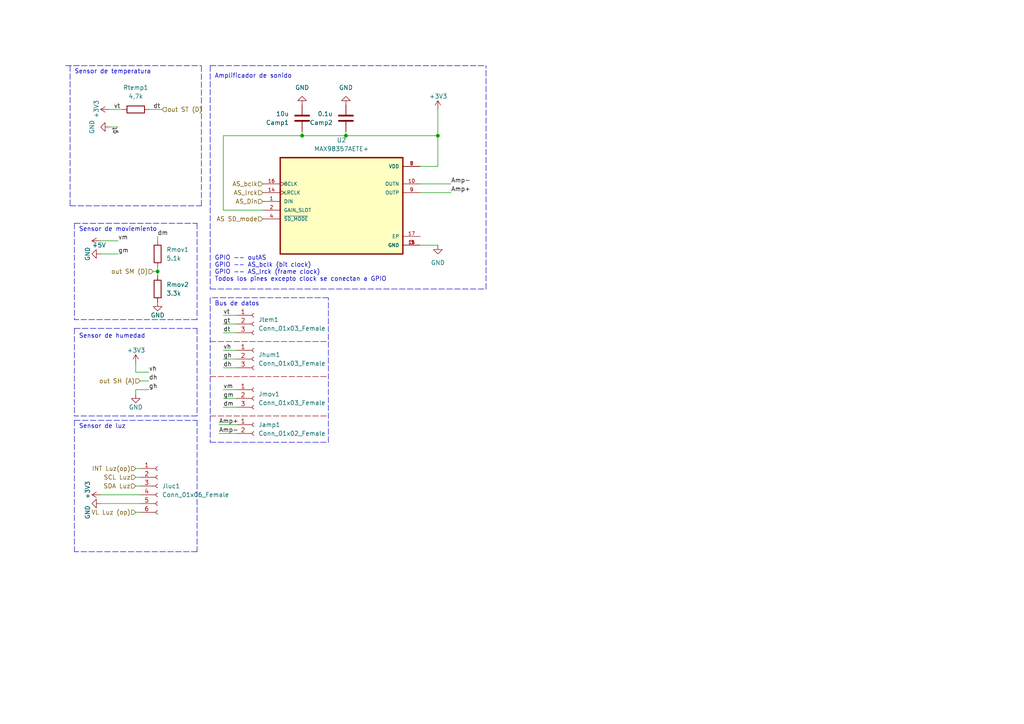
<source format=kicad_sch>
(kicad_sch (version 20211123) (generator eeschema)
  (paper "A4")
  (lib_symbols
    (symbol "Connector:Conn_01x02_Female" (pin_names (offset 1.016) hide)
      (property "Reference" "J" (at 0 2.54 0))
      (property "Value" "Conn_01x02_Female" (at 0 -5.08 0))
      (symbol "Conn_01x02_Female_1_1"
        (arc (start 0 -2.032) (mid -0.508 -2.54) (end 0 -3.048) (stroke (width 0.1524)))
        (polyline (pts (xy -1.27 -2.54) (xy -0.508 -2.54)) (stroke (width 0.1524)))
        (polyline (pts (xy -1.27 0) (xy -0.508 0)) (stroke (width 0.1524)))
        (arc (start 0 0.508) (mid -0.508 0) (end 0 -0.508) (stroke (width 0.1524)))
        (pin passive line (at -5.08 0 0) (length 3.81) (name "Pin_1") (number "1"))
        (pin passive line (at -5.08 -2.54 0) (length 3.81) (name "Pin_2") (number "2"))
      )
    )
    (symbol "Connector:Conn_01x03_Female" (pin_names (offset 1.016) hide)
      (property "Reference" "J" (at 0 5.08 0))
      (property "Value" "Conn_01x03_Female" (at 0 -5.08 0))
      (symbol "Conn_01x03_Female_1_1"
        (arc (start 0 -2.032) (mid -0.508 -2.54) (end 0 -3.048) (stroke (width 0.1524)))
        (polyline (pts (xy -1.27 -2.54) (xy -0.508 -2.54)) (stroke (width 0.1524)))
        (polyline (pts (xy -1.27 0) (xy -0.508 0)) (stroke (width 0.1524)))
        (polyline (pts (xy -1.27 2.54) (xy -0.508 2.54)) (stroke (width 0.1524)))
        (arc (start 0 0.508) (mid -0.508 0) (end 0 -0.508) (stroke (width 0.1524)))
        (arc (start 0 3.048) (mid -0.508 2.54) (end 0 2.032) (stroke (width 0.1524)))
        (pin passive line (at -5.08 2.54 0) (length 3.81) (name "Pin_1") (number "1"))
        (pin passive line (at -5.08 0 0) (length 3.81) (name "Pin_2") (number "2"))
        (pin passive line (at -5.08 -2.54 0) (length 3.81) (name "Pin_3") (number "3"))
      )
    )
    (symbol "Connector:Conn_01x06_Female" (pin_names (offset 1.016) hide)
      (property "Reference" "J" (at 0 7.62 0))
      (property "Value" "Conn_01x06_Female" (at 0 -10.16 0))
      (symbol "Conn_01x06_Female_1_1"
        (arc (start 0 -7.112) (mid -0.508 -7.62) (end 0 -8.128) (stroke (width 0.1524)))
        (arc (start 0 -4.572) (mid -0.508 -5.08) (end 0 -5.588) (stroke (width 0.1524)))
        (arc (start 0 -2.032) (mid -0.508 -2.54) (end 0 -3.048) (stroke (width 0.1524)))
        (polyline (pts (xy -1.27 -7.62) (xy -0.508 -7.62)) (stroke (width 0.1524)))
        (polyline (pts (xy -1.27 -5.08) (xy -0.508 -5.08)) (stroke (width 0.1524)))
        (polyline (pts (xy -1.27 -2.54) (xy -0.508 -2.54)) (stroke (width 0.1524)))
        (polyline (pts (xy -1.27 0) (xy -0.508 0)) (stroke (width 0.1524)))
        (polyline (pts (xy -1.27 2.54) (xy -0.508 2.54)) (stroke (width 0.1524)))
        (polyline (pts (xy -1.27 5.08) (xy -0.508 5.08)) (stroke (width 0.1524)))
        (arc (start 0 0.508) (mid -0.508 0) (end 0 -0.508) (stroke (width 0.1524)))
        (arc (start 0 3.048) (mid -0.508 2.54) (end 0 2.032) (stroke (width 0.1524)))
        (arc (start 0 5.588) (mid -0.508 5.08) (end 0 4.572) (stroke (width 0.1524)))
        (pin passive line (at -5.08 5.08 0) (length 3.81) (name "Pin_1") (number "1"))
        (pin passive line (at -5.08 2.54 0) (length 3.81) (name "Pin_2") (number "2"))
        (pin passive line (at -5.08 0 0) (length 3.81) (name "Pin_3") (number "3"))
        (pin passive line (at -5.08 -2.54 0) (length 3.81) (name "Pin_4") (number "4"))
        (pin passive line (at -5.08 -5.08 0) (length 3.81) (name "Pin_5") (number "5"))
        (pin passive line (at -5.08 -7.62 0) (length 3.81) (name "Pin_6") (number "6"))
      )
    )
    (symbol "Device:C" (pin_numbers hide) (pin_names (offset 0.254))
      (property "Reference" "C" (at 0.635 2.54 0))
      (property "Value" "C" (at 0.635 -2.54 0))
      (symbol "C_0_1"
        (polyline (pts (xy -2.032 -0.762) (xy 2.032 -0.762)) (stroke (width 0.508)))
        (polyline (pts (xy -2.032 0.762) (xy 2.032 0.762)) (stroke (width 0.508)))
      )
      (symbol "C_1_1"
        (pin passive line (at 0 3.81 270) (length 2.794) (name "~") (number "1"))
        (pin passive line (at 0 -3.81 90) (length 2.794) (name "~") (number "2"))
      )
    )
    (symbol "Device:R" (pin_numbers hide) (pin_names (offset 0))
      (property "Reference" "R" (at 2.032 0 90))
      (property "Value" "R" (at 0 0 90))
      (symbol "R_0_1"
        (rectangle (start -1.016 -2.54) (end 1.016 2.54) (stroke (width 0.254)))
      )
      (symbol "R_1_1"
        (pin passive line (at 0 3.81 270) (length 1.27) (name "~") (number "1"))
        (pin passive line (at 0 -3.81 90) (length 1.27) (name "~") (number "2"))
      )
    )
    (symbol "MAX98357AETE_:MAX98357AETE+" (pin_names (offset 1.016))
      (property "Reference" "U" (at -17.8054 13.7414 0))
      (property "Value" "MAX98357AETE+" (at -17.8054 -19.2786 0))
      (symbol "MAX98357AETE+_0_0"
        (rectangle (start -17.78 -15.24) (end 17.78 12.7) (stroke (width 0.4064)) (fill (type background)))
        (pin input line (at -22.86 0 0) (length 5.08) (name "DIN") (number "1"))
        (pin output line (at 22.86 5.08 180) (length 5.08) (name "OUTN") (number "10"))
        (pin power_in line (at 22.86 -12.7 180) (length 5.08) (name "GND") (number "11"))
        (pin input clock (at -22.86 2.54 0) (length 5.08) (name "LRCLK") (number "14"))
        (pin power_in line (at 22.86 -12.7 180) (length 5.08) (name "GND") (number "15"))
        (pin input clock (at -22.86 5.08 0) (length 5.08) (name "BCLK") (number "16"))
        (pin power_in line (at 22.86 -10.16 180) (length 5.08) (name "EP") (number "17"))
        (pin input line (at -22.86 -2.54 0) (length 5.08) (name "GAIN_SLOT") (number "2"))
        (pin power_in line (at 22.86 -12.7 180) (length 5.08) (name "GND") (number "3"))
        (pin input line (at -22.86 -5.08 0) (length 5.08) (name "~{SD_MODE}") (number "4"))
        (pin power_in line (at 22.86 10.16 180) (length 5.08) (name "VDD") (number "7"))
        (pin power_in line (at 22.86 10.16 180) (length 5.08) (name "VDD") (number "8"))
        (pin output line (at 22.86 2.54 180) (length 5.08) (name "OUTP") (number "9"))
      )
    )
    (symbol "power:+3.3V" (power) (pin_names (offset 0))
      (property "Value" "+3.3V" (at 0 3.556 0))
      (symbol "+3.3V_0_1"
        (polyline (pts (xy -0.762 1.27) (xy 0 2.54)))
        (polyline (pts (xy 0 0) (xy 0 2.54)))
        (polyline (pts (xy 0 2.54) (xy 0.762 1.27)))
      )
      (symbol "+3.3V_1_1"
        (pin power_in line (at 0 0 90) (length 0) hide (name "+3V3") (number "1"))
      )
    )
    (symbol "power:+5V" (power) (pin_names (offset 0))
      (property "Value" "+5V" (at 0 3.556 0))
      (symbol "+5V_0_1"
        (polyline (pts (xy -0.762 1.27) (xy 0 2.54)))
        (polyline (pts (xy 0 0) (xy 0 2.54)))
        (polyline (pts (xy 0 2.54) (xy 0.762 1.27)))
      )
      (symbol "+5V_1_1"
        (pin power_in line (at 0 0 90) (length 0) hide (name "+5V") (number "1"))
      )
    )
    (symbol "power:GND" (power) (pin_names (offset 0))
      (property "Value" "GND" (at 0 -3.81 0))
      (symbol "GND_0_1"
        (polyline (pts (xy 0 0) (xy 0 -1.27) (xy 1.27 -1.27) (xy 0 -2.54) (xy -1.27 -1.27) (xy 0 -1.27)))
      )
      (symbol "GND_1_1"
        (pin power_in line (at 0 0 270) (length 0) hide (name "GND") (number "1"))
      )
    )
  )
  (junction (at 100.33 39.37))
  (junction (at 45.72 78.74))
  (junction (at 87.63 39.37))
  (junction (at 127 39.37))
  (wire (pts (xy 31.75 31.75) (xy 35.56 31.75)))
  (wire (pts (xy 34.29 36.83) (xy 31.75 36.83)))
  (polyline (pts (xy 57.15 121.92) (xy 57.15 160.02)))
  (wire (pts (xy 29.21 73.66) (xy 34.29 73.66)))
  (polyline (pts (xy 58.42 59.69) (xy 58.42 19.05)))
  (wire (pts (xy 127 31.75) (xy 127 39.37)))
  (polyline (pts (xy 21.59 121.92) (xy 21.59 160.02)))
  (polyline (pts (xy 21.59 121.92) (xy 57.15 121.92)))
  (polyline (pts (xy 60.96 19.05) (xy 140.97 19.05)))
  (wire (pts (xy 127 48.26) (xy 127 39.37)))
  (wire (pts (xy 64.77 96.52) (xy 68.58 96.52)))
  (wire (pts (xy 87.63 38.1) (xy 87.63 39.37)))
  (wire (pts (xy 121.92 48.26) (xy 127 48.26)))
  (wire (pts (xy 64.77 93.98) (xy 68.58 93.98)))
  (wire (pts (xy 64.77 91.44) (xy 68.58 91.44)))
  (polyline (pts (xy 60.96 19.05) (xy 60.96 83.82)))
  (wire (pts (xy 39.37 135.89) (xy 40.64 135.89)))
  (wire (pts (xy 127 71.12) (xy 121.92 71.12)))
  (polyline (pts (xy 95.25 128.27) (xy 95.25 86.36)))
  (wire (pts (xy 64.77 101.6) (xy 68.58 101.6)))
  (polyline (pts (xy 140.97 83.82) (xy 140.97 19.05)))
  (polyline (pts (xy 60.96 109.22) (xy 95.25 109.22)) (stroke (width 0) (color 145 0 0 1)))
  (wire (pts (xy 29.21 69.85) (xy 34.29 69.85)))
  (polyline (pts (xy 21.59 95.25) (xy 57.15 95.25)))
  (polyline (pts (xy 20.32 19.05) (xy 20.32 59.69)))
  (polyline (pts (xy 21.59 95.25) (xy 21.59 120.65)))
  (polyline (pts (xy 57.15 92.71) (xy 21.59 92.71)))
  (wire (pts (xy 39.37 113.03) (xy 39.37 114.3)))
  (wire (pts (xy 63.5 123.19) (xy 68.58 123.19)))
  (polyline (pts (xy 60.96 86.36) (xy 60.96 128.27)))
  (wire (pts (xy 29.21 143.51) (xy 40.64 143.51)))
  (polyline (pts (xy 20.32 59.69) (xy 58.42 59.69)))
  (wire (pts (xy 64.77 39.37) (xy 87.63 39.37)))
  (polyline (pts (xy 60.96 99.06) (xy 95.25 99.06)) (stroke (width 0) (color 145 0 0 1)))
  (wire (pts (xy 44.45 78.74) (xy 45.72 78.74)))
  (polyline (pts (xy 57.15 64.77) (xy 57.15 92.71)))
  (polyline (pts (xy 57.15 95.25) (xy 57.15 120.65)))
  (wire (pts (xy 43.18 31.75) (xy 46.99 31.75)))
  (wire (pts (xy 87.63 39.37) (xy 100.33 39.37)))
  (wire (pts (xy 64.77 113.03) (xy 68.58 113.03)))
  (polyline (pts (xy 60.96 120.65) (xy 95.25 120.65)) (stroke (width 0) (color 145 0 0 1)))
  (wire (pts (xy 39.37 138.43) (xy 40.64 138.43)))
  (polyline (pts (xy 60.96 128.27) (xy 95.25 128.27)))
  (wire (pts (xy 63.5 125.73) (xy 68.58 125.73)))
  (wire (pts (xy 43.18 107.95) (xy 39.37 107.95)))
  (wire (pts (xy 64.77 106.68) (xy 68.58 106.68)))
  (polyline (pts (xy 57.15 120.65) (xy 21.59 120.65)))
  (polyline (pts (xy 57.15 160.02) (xy 21.59 160.02)))
  (wire (pts (xy 43.18 113.03) (xy 39.37 113.03)))
  (wire (pts (xy 39.37 148.59) (xy 40.64 148.59)))
  (wire (pts (xy 39.37 107.95) (xy 39.37 105.41)))
  (wire (pts (xy 64.77 118.11) (xy 68.58 118.11)))
  (polyline (pts (xy 95.25 86.36) (xy 60.96 86.36)))
  (wire (pts (xy 121.92 53.34) (xy 130.81 53.34)))
  (wire (pts (xy 64.77 60.96) (xy 64.77 39.37)))
  (wire (pts (xy 100.33 38.1) (xy 100.33 39.37)))
  (wire (pts (xy 121.92 55.88) (xy 130.81 55.88)))
  (wire (pts (xy 64.77 104.14) (xy 68.58 104.14)))
  (wire (pts (xy 45.72 77.47) (xy 45.72 78.74)))
  (wire (pts (xy 29.21 146.05) (xy 40.64 146.05)))
  (wire (pts (xy 39.37 140.97) (xy 40.64 140.97)))
  (polyline (pts (xy 21.59 64.77) (xy 21.59 92.71)))
  (polyline (pts (xy 60.96 83.82) (xy 140.97 83.82)))
  (wire (pts (xy 64.77 115.57) (xy 68.58 115.57)))
  (wire (pts (xy 40.64 110.49) (xy 43.18 110.49)))
  (wire (pts (xy 45.72 78.74) (xy 45.72 80.01)))
  (wire (pts (xy 45.72 68.58) (xy 45.72 69.85)))
  (wire (pts (xy 76.2 60.96) (xy 64.77 60.96)))
  (polyline (pts (xy 21.59 64.77) (xy 57.15 64.77)))
  (wire (pts (xy 100.33 39.37) (xy 127 39.37)))
  (polyline (pts (xy 19.05 19.05) (xy 58.42 19.05)))
  (text "Sensor de luz" (at 22.86 124.46 0) (effects (font (size 1.27 1.27)) (justify left bottom)))
  (text "Bus de datos" (at 62.23 88.9 0) (effects (font (size 1.27 1.27)) (justify left bottom)))
  (text "Sensor de temperatura\n" (at 21.59 21.59 0) (effects (font (size 1.27 1.27)) (justify left bottom)))
  (text "GPIO -- outAS\nGPIO -- AS_bclk (bit clock)\nGPIO -- AS_lrck (frame clock)\nTodos los pines excepto clock se conectan a GPIO \n\n" (at 62.23 83.82 0) (effects (font (size 1.27 1.27)) (justify left bottom)))
  (text "Sensor de moviemiento\n" (at 22.86 67.31 0) (effects (font (size 1.27 1.27)) (justify left bottom)))
  (text "Amplificador de sonido\n" (at 62.23 22.86 0) (effects (font (size 1.27 1.27)) (justify left bottom)))
  (text "Sensor de humedad\n\n" (at 22.86 100.33 0) (effects (font (size 1.27 1.27)) (justify left bottom)))
  (label "dm" (at 45.72 68.58 0))
  (label "gm" (at 34.29 73.66 0))
  (label "dm" (at 64.77 118.11 0))
  (label "vm" (at 34.29 69.85 0))
  (label "vh" (at 43.18 107.95 0))
  (label "vh" (at 64.77 101.6 0))
  (label "vt" (at 33.02 31.75 0))
  (label "Amp-" (at 63.5 125.73 0))
  (label "gh" (at 43.18 113.03 0))
  (label "gt" (at 64.77 93.98 0))
  (label "gm" (at 64.77 115.57 0))
  (label "dh" (at 43.18 110.49 0))
  (label "Amp+" (at 130.81 55.88 0))
  (label "dt" (at 44.45 31.75 0))
  (label "vt" (at 64.77 91.44 0))
  (label "Amp+" (at 63.5 123.19 0))
  (label "dt" (at 64.77 96.52 0))
  (label "Amp-" (at 130.81 53.34 0))
  (label "gt" (at 34.29 36.83 270))
  (label "dh" (at 64.77 106.68 0))
  (label "gh" (at 64.77 104.14 0))
  (label "vm" (at 64.77 113.03 0))
  (hierarchical_label "SDA Luz" (shape input) (at 39.37 140.97 180))
  (hierarchical_label "AS SD_mode" (shape input) (at 76.2 63.5 180))
  (hierarchical_label "out ST (D)" (shape input) (at 46.99 31.75 0))
  (hierarchical_label "out SM (D)" (shape input) (at 44.45 78.74 180))
  (hierarchical_label "AS_Din" (shape input) (at 76.2 58.42 180))
  (hierarchical_label "AS_lrck" (shape input) (at 76.2 55.88 180))
  (hierarchical_label "AS_bclk" (shape input) (at 76.2 53.34 180))
  (hierarchical_label "SCL Luz" (shape input) (at 39.37 138.43 180))
  (hierarchical_label "INT Luz(op)" (shape input) (at 39.37 135.89 180))
  (hierarchical_label "out SH (A)" (shape input) (at 40.64 110.49 180))
  (hierarchical_label "VL Luz (op)" (shape input) (at 39.37 148.59 180))
  (symbol (lib_id "MAX98357AETE_:MAX98357AETE+") (at 99.06 58.42 0) (unit 1)
    (property "Reference" "U2" (at 99.06 40.64 0))
    (property "Value" "MAX98357AETE+" (at 99.06 43.18 0))
    (property "Footprint" "open-automation:MAX98357A" (effects hide))
    (property "Datasheet" "https://datasheets.maximintegrated.com/en/ds/MAX98357A-MAX98357B.pdf" (effects hide))
    (property "PRICE" "None" (effects hide))
    (property "DESCRIPTION" "Audio Amp Speaker 1-CH Mono Class-D 16-Pin TQFN EP" (effects hide))
    (property "STANDARD" "IPC7351B" (effects hide))
    (property "MP" "MAX98357AETE+" (effects hide))
    (property "PACKAGE" "TQFN-16 Maxim Integrated" (effects hide))
    (property "MANUFACTURER" "Maxim Integrated" (effects hide))
  )
  (symbol (lib_id "Device:R") (at 39.37 31.75 90) (unit 1)
    (property "Reference" "Rtemp1" (at 39.37 25.4 90))
    (property "Value" "4,7k" (at 39.37 27.94 90))
    (property "Footprint" "Resistor_SMD:R_0805_2012Metric_Pad1.20x1.40mm_HandSolder" (effects hide))
  )
  (symbol (lib_id "power:GND") (at 39.37 114.3 0) (unit 1)
    (property "Reference" "#PWR0127" (effects hide))
    (property "Value" "GND" (at 39.37 118.11 0))
  )
  (symbol (lib_id "Device:R") (at 45.72 73.66 180) (unit 1)
    (property "Reference" "Rmov1" (at 48.26 72.3899 0) (effects (justify right)))
    (property "Value" "5.1k" (at 48.26 74.9299 0) (effects (justify right)))
    (property "Footprint" "Resistor_SMD:R_0805_2012Metric_Pad1.20x1.40mm_HandSolder" (effects hide))
  )
  (symbol (lib_id "Device:C") (at 87.63 34.29 180) (unit 1)
    (property "Reference" "Camp1" (at 83.82 35.5601 0) (effects (justify left)))
    (property "Value" "10u" (at 83.82 33.0201 0) (effects (justify left)))
    (property "Footprint" "Capacitor_SMD:C_0805_2012Metric_Pad1.18x1.45mm_HandSolder" (effects hide))
  )
  (symbol (lib_id "power:GND") (at 127 71.12 0) (unit 1)
    (property "Reference" "#PWR0122" (effects hide))
    (property "Value" "GND" (at 127 76.2 0))
  )
  (symbol (lib_id "power:+5V") (at 29.21 69.85 90) (unit 1)
    (property "Reference" "#PWR0109" (effects hide))
    (property "Value" "+5V" (at 26.67 71.12 90) (effects (justify right)))
  )
  (symbol (lib_id "Connector:Conn_01x03_Female") (at 73.66 93.98 0) (unit 1)
    (property "Reference" "Jtem1" (at 74.93 92.7099 0) (effects (justify left)))
    (property "Value" "Conn_01x03_Female" (at 74.93 95.2499 0) (effects (justify left)))
    (property "Footprint" "Connector_Molex:Molex_KK-396_A-41791-0003_1x03_P3.96mm_Vertical" (effects hide))
  )
  (symbol (lib_id "Device:C") (at 100.33 34.29 180) (unit 1)
    (property "Reference" "Camp2" (at 96.52 35.5601 0) (effects (justify left)))
    (property "Value" "0.1u" (at 96.52 33.0201 0) (effects (justify left)))
    (property "Footprint" "Capacitor_SMD:C_0805_2012Metric_Pad1.18x1.45mm_HandSolder" (effects hide))
  )
  (symbol (lib_id "Connector:Conn_01x02_Female") (at 73.66 123.19 0) (unit 1)
    (property "Reference" "Jamp1" (at 74.93 123.1899 0) (effects (justify left)))
    (property "Value" "Conn_01x02_Female" (at 74.93 125.7299 0) (effects (justify left)))
    (property "Footprint" "TerminalBlock_Phoenix:TerminalBlock_Phoenix_MKDS-1,5-2-5.08_1x02_P5.08mm_Horizontal" (effects hide))
  )
  (symbol (lib_id "Connector:Conn_01x06_Female") (at 45.72 140.97 0) (unit 1)
    (property "Reference" "Jluc1" (at 46.99 140.9699 0) (effects (justify left)))
    (property "Value" "Conn_01x06_Female" (at 46.99 143.5099 0) (effects (justify left)))
    (property "Footprint" "Connector_JST:JST_EH_B6B-EH-A_1x06_P2.50mm_Vertical" (effects hide))
  )
  (symbol (lib_id "Device:R") (at 45.72 83.82 180) (unit 1)
    (property "Reference" "Rmov2" (at 48.26 82.5499 0) (effects (justify right)))
    (property "Value" "3.3k" (at 48.26 85.0899 0) (effects (justify right)))
    (property "Footprint" "Resistor_SMD:R_0805_2012Metric_Pad1.20x1.40mm_HandSolder" (effects hide))
  )
  (symbol (lib_id "power:GND") (at 31.75 36.83 270) (unit 1)
    (property "Reference" "#PWR0108" (effects hide))
    (property "Value" "GND" (at 26.67 36.83 0))
  )
  (symbol (lib_id "power:+3.3V") (at 31.75 31.75 90) (unit 1)
    (property "Reference" "#PWR0121" (effects hide))
    (property "Value" "+3.3V" (at 27.94 34.29 0) (effects (justify left)))
  )
  (symbol (lib_id "power:+3.3V") (at 29.21 143.51 90) (unit 1)
    (property "Reference" "#PWR0123" (effects hide))
    (property "Value" "+3.3V" (at 25.4 144.78 0) (effects (justify left)))
  )
  (symbol (lib_id "power:+3.3V") (at 127 31.75 0) (unit 1)
    (property "Reference" "#PWR0140" (effects hide))
    (property "Value" "+3.3V" (at 124.46 27.94 0) (effects (justify left)))
  )
  (symbol (lib_id "power:GND") (at 45.72 87.63 0) (unit 1)
    (property "Reference" "#PWR0128" (effects hide))
    (property "Value" "GND" (at 45.72 91.44 0))
  )
  (symbol (lib_id "power:GND") (at 87.63 30.48 180) (unit 1)
    (property "Reference" "#PWR0119" (effects hide))
    (property "Value" "GND" (at 87.63 25.4 0))
  )
  (symbol (lib_id "power:GND") (at 29.21 73.66 270) (unit 1)
    (property "Reference" "#PWR0126" (effects hide))
    (property "Value" "GND" (at 25.4 73.66 0))
  )
  (symbol (lib_id "power:GND") (at 100.33 30.48 180) (unit 1)
    (property "Reference" "#PWR0120" (effects hide))
    (property "Value" "GND" (at 100.33 25.4 0))
  )
  (symbol (lib_id "power:+3.3V") (at 39.37 105.41 0) (unit 1)
    (property "Reference" "#PWR0125" (effects hide))
    (property "Value" "+3.3V" (at 36.83 101.6 0) (effects (justify left)))
  )
  (symbol (lib_id "Connector:Conn_01x03_Female") (at 73.66 104.14 0) (unit 1)
    (property "Reference" "Jhum1" (at 74.93 102.8699 0) (effects (justify left)))
    (property "Value" "Conn_01x03_Female" (at 74.93 105.4099 0) (effects (justify left)))
    (property "Footprint" "Connector_Molex:Molex_KK-396_A-41791-0003_1x03_P3.96mm_Vertical" (effects hide))
  )
  (symbol (lib_id "power:GND") (at 29.21 146.05 270) (unit 1)
    (property "Reference" "#PWR0124" (effects hide))
    (property "Value" "GND" (at 25.4 148.59 0))
  )
  (symbol (lib_id "Connector:Conn_01x03_Female") (at 73.66 115.57 0) (unit 1)
    (property "Reference" "Jmov1" (at 74.93 114.2999 0) (effects (justify left)))
    (property "Value" "Conn_01x03_Female" (at 74.93 116.8399 0) (effects (justify left)))
    (property "Footprint" "Connector_Molex:Molex_KK-396_A-41791-0003_1x03_P3.96mm_Vertical" (effects hide))
  )
)
</source>
